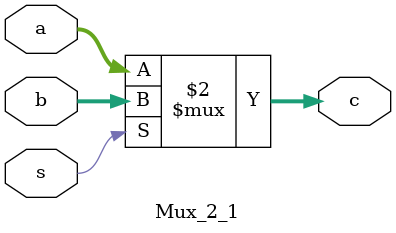
<source format=sv>
module Mux_2_1(

	 input logic [31:0] a,b,
    input logic s,             //selector
	 output logic [31:0] c
);
    
	 assign c = (~s) ? a : b ;      //Si s=0 c toma a , si s=1 c toma b


endmodule




</source>
